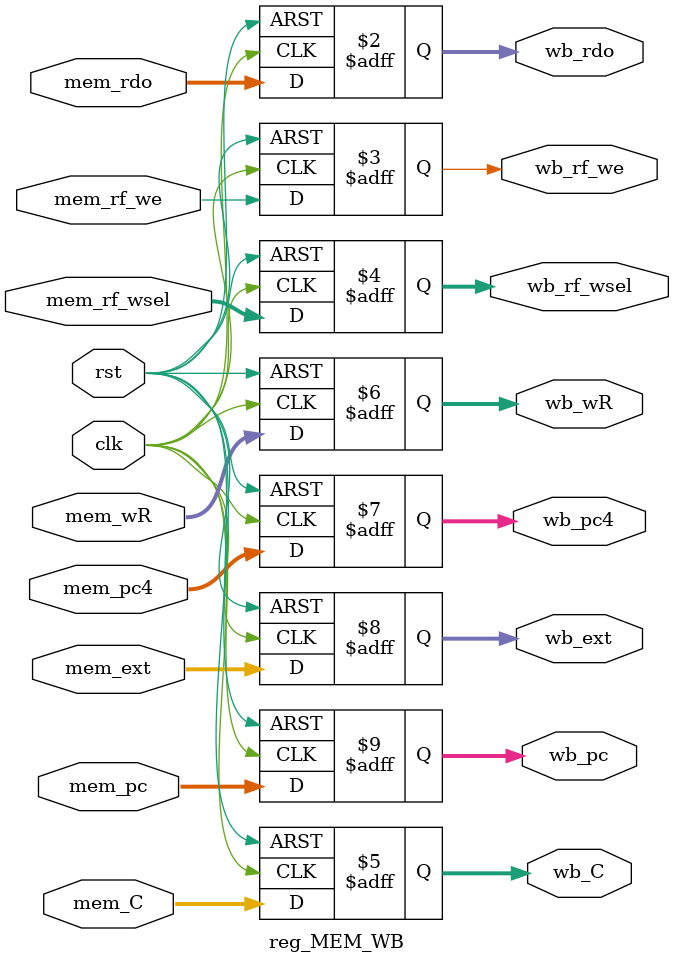
<source format=v>
`timescale 1ns / 1ps

module reg_MEM_WB(
    input wire clk,
    input wire rst,
    input wire[31:0] mem_rdo,
    input wire mem_rf_we,
    input wire[1:0] mem_rf_wsel,
    input wire[31:0] mem_C,
    input wire[4:0] mem_wR,
    input wire[31:0] mem_pc4,
    input wire[31:0] mem_ext,
    input wire[31:0] mem_pc,
    output reg[31:0] wb_rdo,
    output reg wb_rf_we,
    output reg[1:0] wb_rf_wsel,
    output reg[31:0] wb_C,
    output reg[4:0] wb_wR,
    output reg[31:0] wb_pc4,
    output reg[31:0] wb_ext,
    output reg[31:0] wb_pc
    );
    always@(posedge clk or posedge rst)begin
        if (rst)begin
            wb_rdo<=32'd0;
            wb_rf_we<=1'b0;
            wb_rf_wsel<=2'd0;
            wb_C<=32'd0;
            wb_wR<=5'd0;
            wb_pc4<=32'd0;
            wb_ext<=32'd0;
            wb_pc<=32'd0;
        end else begin
            wb_rdo<=mem_rdo;
            wb_rf_we<=mem_rf_we;
            wb_rf_wsel<=mem_rf_wsel;
            wb_C<=mem_C;
            wb_wR<=mem_wR;
            wb_pc4<=mem_pc4;
            wb_ext<=mem_ext;
            wb_pc<=mem_pc;
        end
    end
endmodule

</source>
